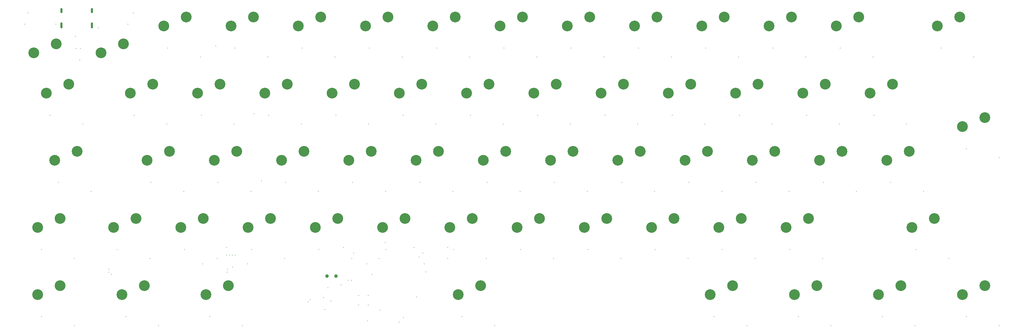
<source format=gbr>
%TF.GenerationSoftware,KiCad,Pcbnew,8.0.3*%
%TF.CreationDate,2024-11-03T23:48:08+08:00*%
%TF.ProjectId,PH60_Rev2,50483630-5f52-4657-9632-2e6b69636164,rev?*%
%TF.SameCoordinates,Original*%
%TF.FileFunction,Plated,1,2,PTH,Mixed*%
%TF.FilePolarity,Positive*%
%FSLAX46Y46*%
G04 Gerber Fmt 4.6, Leading zero omitted, Abs format (unit mm)*
G04 Created by KiCad (PCBNEW 8.0.3) date 2024-11-03 23:48:08*
%MOMM*%
%LPD*%
G01*
G04 APERTURE LIST*
%TA.AperFunction,ViaDrill*%
%ADD10C,0.200000*%
%TD*%
%TA.AperFunction,ComponentDrill*%
%ADD11C,0.200000*%
%TD*%
%TA.AperFunction,ViaDrill*%
%ADD12C,0.300000*%
%TD*%
G04 aperture for slot hole*
%TA.AperFunction,ComponentDrill*%
%ADD13C,0.600000*%
%TD*%
%TA.AperFunction,ComponentDrill*%
%ADD14C,1.000000*%
%TD*%
%TA.AperFunction,ComponentDrill*%
%ADD15C,3.050000*%
%TD*%
G04 APERTURE END LIST*
D10*
X143975000Y-112445000D03*
D11*
%TO.C,U3*%
X127550000Y-112050000D03*
X127550000Y-114750000D03*
X130250000Y-112050000D03*
X130250000Y-114750000D03*
%TD*%
D12*
X33020000Y-35070000D03*
X33875000Y-31850000D03*
X37756250Y-99000000D03*
X37756250Y-118050000D03*
X40137500Y-60900000D03*
X41825000Y-35075000D03*
X42518750Y-79950000D03*
X47041250Y-101500000D03*
X47041250Y-120550000D03*
X47299999Y-38575000D03*
X47550000Y-41925000D03*
X48577767Y-45244495D03*
X48750000Y-41925000D03*
X49422500Y-63400000D03*
X51803750Y-82450000D03*
X53825000Y-36075000D03*
X56800000Y-104575000D03*
X56800000Y-105425000D03*
X57450000Y-106050000D03*
X59187500Y-99000000D03*
X61568750Y-118050000D03*
X62230000Y-35070000D03*
X63710000Y-31850000D03*
X63950000Y-60900000D03*
X68472500Y-101500000D03*
X68712500Y-79950000D03*
X70853750Y-120550000D03*
X73235000Y-63400000D03*
X73475000Y-41850000D03*
X77997500Y-82450000D03*
X78237500Y-99000000D03*
X82760000Y-44350000D03*
X83000000Y-60900000D03*
X83325000Y-103075000D03*
X85381250Y-118050000D03*
X87075000Y-41250000D03*
X87522500Y-101500000D03*
X87762500Y-79950000D03*
X90174991Y-98400000D03*
X90174991Y-100600000D03*
X90350000Y-105450000D03*
X90375000Y-104625000D03*
X90974994Y-100600000D03*
X91774997Y-100600000D03*
X91825000Y-103999999D03*
X92285000Y-63400000D03*
X92525000Y-41850000D03*
X92575000Y-100600000D03*
X94666250Y-120550000D03*
X96099576Y-103075000D03*
X97047500Y-82450000D03*
X97287500Y-99000000D03*
X97870000Y-60500000D03*
X100075000Y-79550000D03*
X101810000Y-44350000D03*
X102050000Y-60900000D03*
X106572500Y-101500000D03*
X106812500Y-79950000D03*
X111335000Y-63400000D03*
X111575000Y-41850000D03*
X113225000Y-113775000D03*
X113875000Y-113250000D03*
X116097500Y-82450000D03*
X116337500Y-99000000D03*
X117607500Y-112600000D03*
X118015000Y-116005000D03*
X118837500Y-109835758D03*
X119705608Y-113600000D03*
X120860000Y-44350000D03*
X121100000Y-60900000D03*
X122587500Y-109000000D03*
X123212500Y-98400000D03*
X124607500Y-107750000D03*
X125567500Y-107750000D03*
X125622500Y-101500000D03*
X125862500Y-79950000D03*
X126100000Y-100000000D03*
X129825000Y-103075000D03*
X130107500Y-119250000D03*
X130385000Y-63400000D03*
X130625000Y-41850000D03*
X131325000Y-106115000D03*
X133325000Y-101500000D03*
X133587500Y-116210000D03*
X135075000Y-97075000D03*
X135147500Y-82450000D03*
X135387500Y-99000000D03*
X138987500Y-119600000D03*
X139910000Y-44350000D03*
X140150000Y-60900000D03*
X140247500Y-118340000D03*
X143192500Y-98400000D03*
X144672500Y-101075000D03*
X144912500Y-79950000D03*
X145800368Y-100001103D03*
X146075000Y-103075000D03*
X146575000Y-105320000D03*
X149435000Y-63400000D03*
X149675000Y-41850000D03*
X152752500Y-98400000D03*
X152752500Y-101500000D03*
X154197500Y-82450000D03*
X154437500Y-99000000D03*
X156818750Y-118050000D03*
X158960000Y-44350000D03*
X159200000Y-60900000D03*
X163722500Y-101500000D03*
X163962500Y-79950000D03*
X166103750Y-120550000D03*
X168485000Y-63400000D03*
X168725000Y-41850000D03*
X173247500Y-82450000D03*
X173487500Y-99000000D03*
X178010000Y-44350000D03*
X178250000Y-60900000D03*
X182772500Y-101500000D03*
X183012500Y-79950000D03*
X187535000Y-63400000D03*
X187775000Y-41850000D03*
X192297500Y-82450000D03*
X192537500Y-99000000D03*
X197060000Y-44350000D03*
X197300000Y-60900000D03*
X201822500Y-101500000D03*
X202062500Y-79950000D03*
X206585000Y-63400000D03*
X206825000Y-41850000D03*
X211347500Y-82450000D03*
X211587500Y-99000000D03*
X216110000Y-44350000D03*
X216350000Y-60900000D03*
X220872500Y-101500000D03*
X221112500Y-79950000D03*
X225635000Y-63400000D03*
X225875000Y-41850000D03*
X228256250Y-118050000D03*
X230397500Y-82450000D03*
X230637500Y-99000000D03*
X235160000Y-44350000D03*
X235400000Y-60900000D03*
X237541250Y-120550000D03*
X239922500Y-101500000D03*
X240162500Y-79950000D03*
X244685000Y-63400000D03*
X244925000Y-41850000D03*
X249447500Y-82450000D03*
X249687500Y-99000000D03*
X252068750Y-118050000D03*
X254210000Y-44350000D03*
X254450000Y-60900000D03*
X258972500Y-101500000D03*
X259212500Y-79950000D03*
X261353750Y-120550000D03*
X263735000Y-63400000D03*
X263975000Y-41850000D03*
X268497500Y-82450000D03*
X273260000Y-44350000D03*
X273500000Y-60900000D03*
X275881250Y-118050000D03*
X278262500Y-79950000D03*
X282785000Y-63400000D03*
X285166250Y-120550000D03*
X285406250Y-99000000D03*
X287547500Y-82450000D03*
X292550000Y-41850000D03*
X294691250Y-101500000D03*
X299693750Y-70425000D03*
X299693750Y-118050000D03*
X301835000Y-44350000D03*
X308978750Y-72925000D03*
X308978750Y-120550000D03*
D13*
%TO.C,J1*%
X43305000Y-31575000D02*
X43305000Y-30775000D01*
X43305000Y-35905000D02*
X43305000Y-34805000D01*
X51945000Y-31575000D02*
X51945000Y-30775000D01*
X51945000Y-35905000D02*
X51945000Y-34805000D01*
D14*
%TO.C,J2*%
X118547500Y-106500000D03*
X121087500Y-106500000D03*
D15*
%TO.C,S1*%
X35560000Y-43180000D03*
%TO.C,S42*%
X36671250Y-92710000D03*
%TO.C,S55*%
X36671250Y-111760000D03*
%TO.C,S15*%
X39052500Y-54610000D03*
%TO.C,S29*%
X41433750Y-73660000D03*
%TO.C,S1*%
X41910000Y-40640000D03*
%TO.C,S42*%
X43021250Y-90170000D03*
%TO.C,S55*%
X43021250Y-109220000D03*
%TO.C,S15*%
X45402500Y-52070000D03*
%TO.C,S29*%
X47783750Y-71120000D03*
%TO.C,S2*%
X54610000Y-43180000D03*
%TO.C,S43*%
X58102500Y-92710000D03*
%TO.C,S56*%
X60483750Y-111760000D03*
%TO.C,S2*%
X60960000Y-40640000D03*
%TO.C,S16*%
X62865000Y-54610000D03*
%TO.C,S43*%
X64452500Y-90170000D03*
%TO.C,S56*%
X66833750Y-109220000D03*
%TO.C,S30*%
X67627500Y-73660000D03*
%TO.C,S16*%
X69215000Y-52070000D03*
%TO.C,S3*%
X72390000Y-35560000D03*
%TO.C,S30*%
X73977500Y-71120000D03*
%TO.C,S44*%
X77152500Y-92710000D03*
%TO.C,S3*%
X78740000Y-33020000D03*
%TO.C,S17*%
X81915000Y-54610000D03*
%TO.C,S44*%
X83502500Y-90170000D03*
%TO.C,S57*%
X84296250Y-111760000D03*
%TO.C,S31*%
X86677500Y-73660000D03*
%TO.C,S17*%
X88265000Y-52070000D03*
%TO.C,S57*%
X90646250Y-109220000D03*
%TO.C,S4*%
X91440000Y-35560000D03*
%TO.C,S31*%
X93027500Y-71120000D03*
%TO.C,S45*%
X96202500Y-92710000D03*
%TO.C,S4*%
X97790000Y-33020000D03*
%TO.C,S18*%
X100965000Y-54610000D03*
%TO.C,S45*%
X102552500Y-90170000D03*
%TO.C,S32*%
X105727500Y-73660000D03*
%TO.C,S18*%
X107315000Y-52070000D03*
%TO.C,S5*%
X110490000Y-35560000D03*
%TO.C,S32*%
X112077500Y-71120000D03*
%TO.C,S46*%
X115252500Y-92710000D03*
%TO.C,S5*%
X116840000Y-33020000D03*
%TO.C,S19*%
X120015000Y-54610000D03*
%TO.C,S46*%
X121602500Y-90170000D03*
%TO.C,S33*%
X124777500Y-73660000D03*
%TO.C,S19*%
X126365000Y-52070000D03*
%TO.C,S6*%
X129540000Y-35560000D03*
%TO.C,S33*%
X131127500Y-71120000D03*
%TO.C,S47*%
X134302500Y-92710000D03*
%TO.C,S6*%
X135890000Y-33020000D03*
%TO.C,S20*%
X139065000Y-54610000D03*
%TO.C,S47*%
X140652500Y-90170000D03*
%TO.C,S34*%
X143827500Y-73660000D03*
%TO.C,S20*%
X145415000Y-52070000D03*
%TO.C,S7*%
X148590000Y-35560000D03*
%TO.C,S34*%
X150177500Y-71120000D03*
%TO.C,S48*%
X153352500Y-92710000D03*
%TO.C,S7*%
X154940000Y-33020000D03*
%TO.C,S58*%
X155733750Y-111760000D03*
%TO.C,S21*%
X158115000Y-54610000D03*
%TO.C,S48*%
X159702500Y-90170000D03*
%TO.C,S58*%
X162083750Y-109220000D03*
%TO.C,S35*%
X162877500Y-73660000D03*
%TO.C,S21*%
X164465000Y-52070000D03*
%TO.C,S8*%
X167640000Y-35560000D03*
%TO.C,S35*%
X169227500Y-71120000D03*
%TO.C,S49*%
X172402500Y-92710000D03*
%TO.C,S8*%
X173990000Y-33020000D03*
%TO.C,S22*%
X177165000Y-54610000D03*
%TO.C,S49*%
X178752500Y-90170000D03*
%TO.C,S36*%
X181927500Y-73660000D03*
%TO.C,S22*%
X183515000Y-52070000D03*
%TO.C,S9*%
X186690000Y-35560000D03*
%TO.C,S36*%
X188277500Y-71120000D03*
%TO.C,S50*%
X191452500Y-92710000D03*
%TO.C,S9*%
X193040000Y-33020000D03*
%TO.C,S23*%
X196215000Y-54610000D03*
%TO.C,S50*%
X197802500Y-90170000D03*
%TO.C,S37*%
X200977500Y-73660000D03*
%TO.C,S23*%
X202565000Y-52070000D03*
%TO.C,S10*%
X205740000Y-35560000D03*
%TO.C,S37*%
X207327500Y-71120000D03*
%TO.C,S51*%
X210502500Y-92710000D03*
%TO.C,S10*%
X212090000Y-33020000D03*
%TO.C,S24*%
X215265000Y-54610000D03*
%TO.C,S51*%
X216852500Y-90170000D03*
%TO.C,S38*%
X220027500Y-73660000D03*
%TO.C,S24*%
X221615000Y-52070000D03*
%TO.C,S11*%
X224790000Y-35560000D03*
%TO.C,S38*%
X226377500Y-71120000D03*
%TO.C,S59*%
X227171250Y-111760000D03*
%TO.C,S52*%
X229552500Y-92710000D03*
%TO.C,S11*%
X231140000Y-33020000D03*
%TO.C,S59*%
X233521250Y-109220000D03*
%TO.C,S25*%
X234315000Y-54610000D03*
%TO.C,S52*%
X235902500Y-90170000D03*
%TO.C,S39*%
X239077500Y-73660000D03*
%TO.C,S25*%
X240665000Y-52070000D03*
%TO.C,S12*%
X243840000Y-35560000D03*
%TO.C,S39*%
X245427500Y-71120000D03*
%TO.C,S53*%
X248602500Y-92710000D03*
%TO.C,S12*%
X250190000Y-33020000D03*
%TO.C,S60*%
X250983750Y-111760000D03*
%TO.C,S26*%
X253365000Y-54610000D03*
%TO.C,S53*%
X254952500Y-90170000D03*
%TO.C,S60*%
X257333750Y-109220000D03*
%TO.C,S40*%
X258127500Y-73660000D03*
%TO.C,S26*%
X259715000Y-52070000D03*
%TO.C,S13*%
X262890000Y-35560000D03*
%TO.C,S40*%
X264477500Y-71120000D03*
%TO.C,S13*%
X269240000Y-33020000D03*
%TO.C,S27*%
X272415000Y-54610000D03*
%TO.C,S61*%
X274796250Y-111760000D03*
%TO.C,S41*%
X277177500Y-73660000D03*
%TO.C,S27*%
X278765000Y-52070000D03*
%TO.C,S61*%
X281146250Y-109220000D03*
%TO.C,S41*%
X283527500Y-71120000D03*
%TO.C,S54*%
X284321250Y-92710000D03*
X290671250Y-90170000D03*
%TO.C,S14*%
X291465000Y-35560000D03*
X297815000Y-33020000D03*
%TO.C,S28*%
X298608750Y-64135000D03*
%TO.C,S62*%
X298608750Y-111760000D03*
%TO.C,S28*%
X304958750Y-61595000D03*
%TO.C,S62*%
X304958750Y-109220000D03*
M02*

</source>
